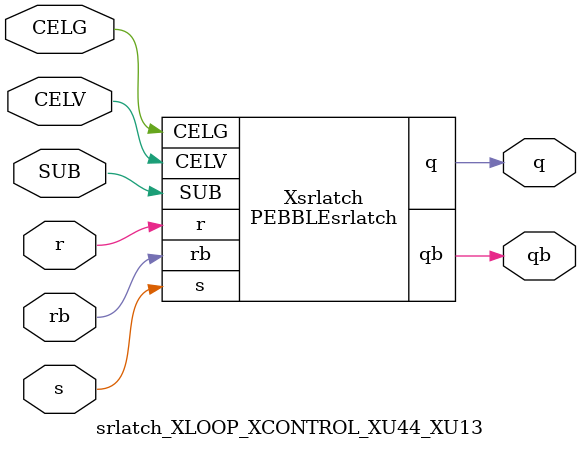
<source format=v>



module PEBBLEsrlatch ( q, qb, CELG, CELV, SUB, r, rb, s );

  input CELV;
  input s;
  output q;
  input rb;
  input r;
  input SUB;
  input CELG;
  output qb;
endmodule

//Celera Confidential Do Not Copy srlatch_XLOOP_XCONTROL_XU44_XU13
//Celera Confidential Symbol Generator
//SR Latch
module srlatch_XLOOP_XCONTROL_XU44_XU13 (CELV,CELG,s,r,rb,q,qb,SUB);
input CELV;
input CELG;
input s;
input r;
input rb;
input SUB;
output q;
output qb;

//Celera Confidential Do Not Copy srlatch
PEBBLEsrlatch Xsrlatch(
.CELV (CELV),
.r (r),
.s (s),
.q (q),
.qb (qb),
.rb (rb),
.SUB (SUB),
.CELG (CELG)
);
//,diesize,PEBBLEsrlatch

//Celera Confidential Do Not Copy Module End
//Celera Schematic Generator
endmodule

</source>
